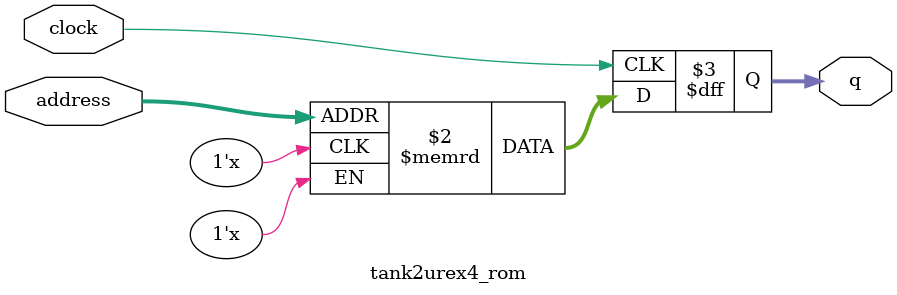
<source format=sv>
module tank2urex4_rom (
	input logic clock,
	input logic [9:0] address,
	output logic [3:0] q
);

logic [3:0] memory [0:1023] /* synthesis ram_init_file = "./tank2urex4/tank2urex4.mif" */;

always_ff @ (posedge clock) begin
	q <= memory[address];
end

endmodule

</source>
